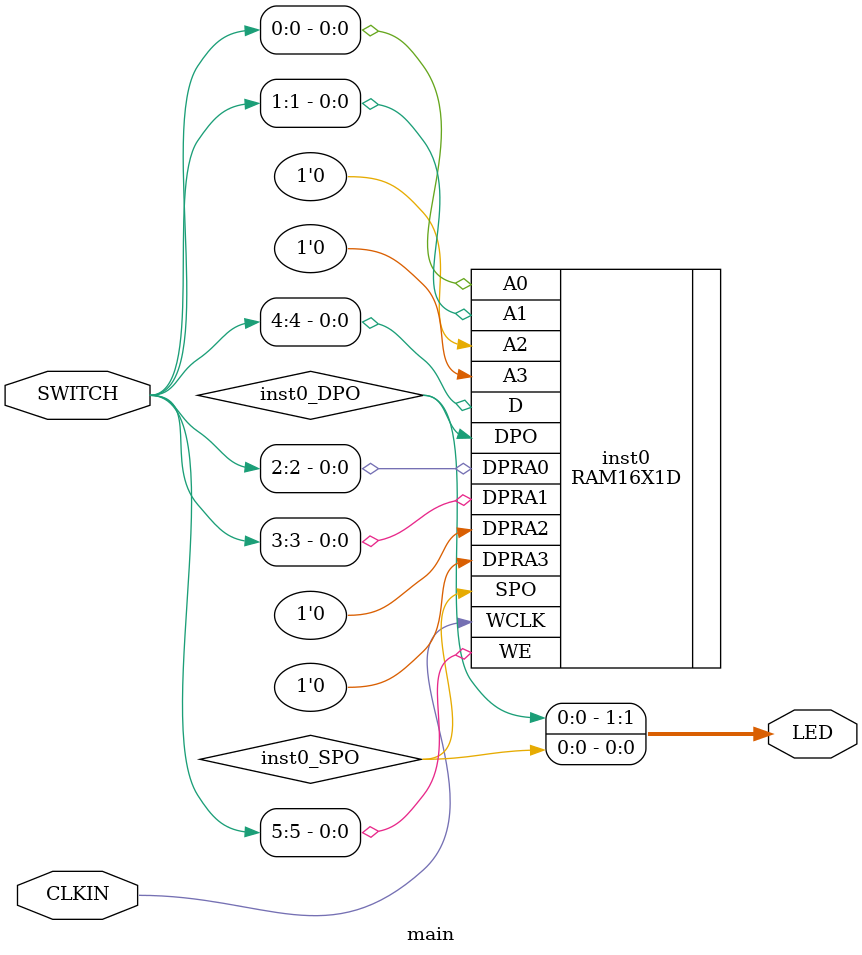
<source format=v>
module main (output [1:0] LED, input  CLKIN, input [5:0] SWITCH);
wire  inst0_SPO;
wire  inst0_DPO;
RAM16X1D #(.INIT(16'h1111)) inst0 (.A0(SWITCH[0]), .A1(SWITCH[1]), .A2(1'b0), .A3(1'b0), .DPRA0(SWITCH[2]), .DPRA1(SWITCH[3]), .DPRA2(1'b0), .DPRA3(1'b0), .SPO(inst0_SPO), .DPO(inst0_DPO), .D(SWITCH[4]), .WE(SWITCH[5]), .WCLK(CLKIN));
assign LED = {inst0_DPO,inst0_SPO};
endmodule


</source>
